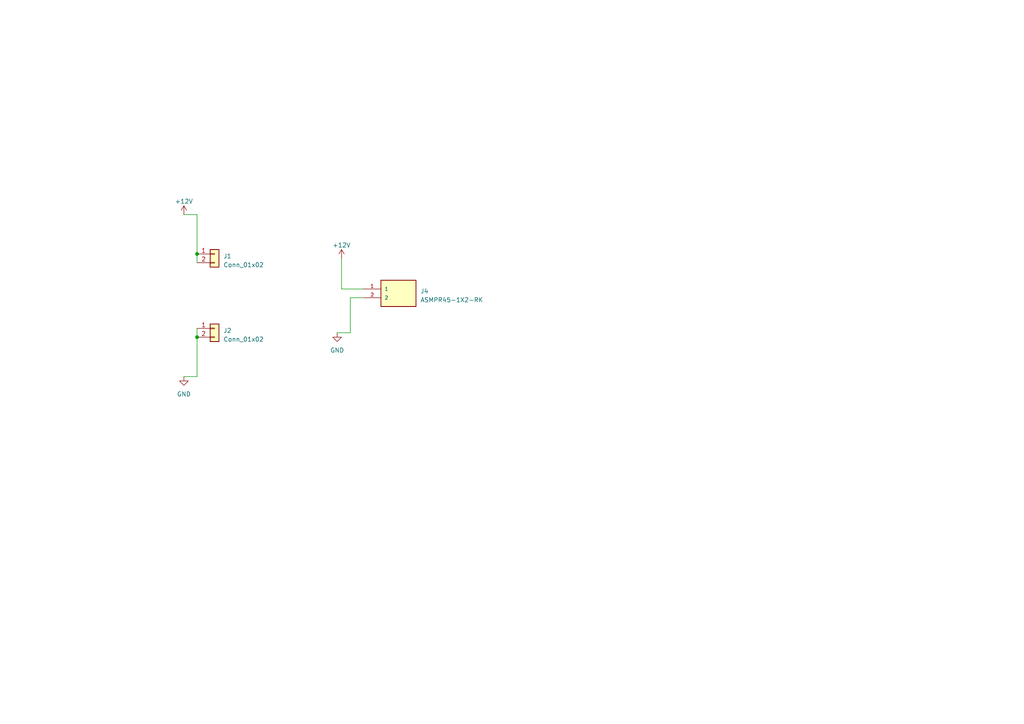
<source format=kicad_sch>
(kicad_sch (version 20230121) (generator eeschema)

  (uuid f218788e-6c41-441e-be26-1ad3b2693d1a)

  (paper "A4")

  (lib_symbols
    (symbol "ASMPR45-1X2-RK:ASMPR45-1X2-RK" (pin_names (offset 1.016)) (in_bom yes) (on_board yes)
      (property "Reference" "J" (at -5.08 3.302 0)
        (effects (font (size 1.27 1.27)) (justify left bottom))
      )
      (property "Value" "ASMPR45-1X2-RK" (at -5.08 -7.62 0)
        (effects (font (size 1.27 1.27)) (justify left bottom))
      )
      (property "Footprint" "APP_ASMPR45-1X2-RK" (at 0 0 0)
        (effects (font (size 1.27 1.27)) (justify bottom) hide)
      )
      (property "Datasheet" "" (at 0 0 0)
        (effects (font (size 1.27 1.27)) hide)
      )
      (property "STANDARD" "Manufacturer Recommendations" (at 0 0 0)
        (effects (font (size 1.27 1.27)) (justify bottom) hide)
      )
      (property "PARTREV" "N/A" (at 0 0 0)
        (effects (font (size 1.27 1.27)) (justify bottom) hide)
      )
      (property "MANUFACTURER" "APP" (at 0 0 0)
        (effects (font (size 1.27 1.27)) (justify bottom) hide)
      )
      (property "MAXIMUM_PACKAGE_HEIGHT" "8.4mm" (at 0 0 0)
        (effects (font (size 1.27 1.27)) (justify bottom) hide)
      )
      (symbol "ASMPR45-1X2-RK_0_0"
        (rectangle (start -5.08 -5.08) (end 5.08 2.54)
          (stroke (width 0.254) (type default))
          (fill (type background))
        )
        (pin passive line (at -10.16 0 0) (length 5.08)
          (name "1" (effects (font (size 1.016 1.016))))
          (number "1" (effects (font (size 1.016 1.016))))
        )
        (pin passive line (at -10.16 -2.54 0) (length 5.08)
          (name "2" (effects (font (size 1.016 1.016))))
          (number "2" (effects (font (size 1.016 1.016))))
        )
      )
    )
    (symbol "Connector_Generic:Conn_01x02" (pin_names (offset 1.016) hide) (in_bom yes) (on_board yes)
      (property "Reference" "J" (at 0 2.54 0)
        (effects (font (size 1.27 1.27)))
      )
      (property "Value" "Conn_01x02" (at 0 -5.08 0)
        (effects (font (size 1.27 1.27)))
      )
      (property "Footprint" "" (at 0 0 0)
        (effects (font (size 1.27 1.27)) hide)
      )
      (property "Datasheet" "~" (at 0 0 0)
        (effects (font (size 1.27 1.27)) hide)
      )
      (property "ki_keywords" "connector" (at 0 0 0)
        (effects (font (size 1.27 1.27)) hide)
      )
      (property "ki_description" "Generic connector, single row, 01x02, script generated (kicad-library-utils/schlib/autogen/connector/)" (at 0 0 0)
        (effects (font (size 1.27 1.27)) hide)
      )
      (property "ki_fp_filters" "Connector*:*_1x??_*" (at 0 0 0)
        (effects (font (size 1.27 1.27)) hide)
      )
      (symbol "Conn_01x02_1_1"
        (rectangle (start -1.27 -2.413) (end 0 -2.667)
          (stroke (width 0.1524) (type default))
          (fill (type none))
        )
        (rectangle (start -1.27 0.127) (end 0 -0.127)
          (stroke (width 0.1524) (type default))
          (fill (type none))
        )
        (rectangle (start -1.27 1.27) (end 1.27 -3.81)
          (stroke (width 0.254) (type default))
          (fill (type background))
        )
        (pin passive line (at -5.08 0 0) (length 3.81)
          (name "Pin_1" (effects (font (size 1.27 1.27))))
          (number "1" (effects (font (size 1.27 1.27))))
        )
        (pin passive line (at -5.08 -2.54 0) (length 3.81)
          (name "Pin_2" (effects (font (size 1.27 1.27))))
          (number "2" (effects (font (size 1.27 1.27))))
        )
      )
    )
    (symbol "power:+12V" (power) (pin_names (offset 0)) (in_bom yes) (on_board yes)
      (property "Reference" "#PWR" (at 0 -3.81 0)
        (effects (font (size 1.27 1.27)) hide)
      )
      (property "Value" "+12V" (at 0 3.556 0)
        (effects (font (size 1.27 1.27)))
      )
      (property "Footprint" "" (at 0 0 0)
        (effects (font (size 1.27 1.27)) hide)
      )
      (property "Datasheet" "" (at 0 0 0)
        (effects (font (size 1.27 1.27)) hide)
      )
      (property "ki_keywords" "global power" (at 0 0 0)
        (effects (font (size 1.27 1.27)) hide)
      )
      (property "ki_description" "Power symbol creates a global label with name \"+12V\"" (at 0 0 0)
        (effects (font (size 1.27 1.27)) hide)
      )
      (symbol "+12V_0_1"
        (polyline
          (pts
            (xy -0.762 1.27)
            (xy 0 2.54)
          )
          (stroke (width 0) (type default))
          (fill (type none))
        )
        (polyline
          (pts
            (xy 0 0)
            (xy 0 2.54)
          )
          (stroke (width 0) (type default))
          (fill (type none))
        )
        (polyline
          (pts
            (xy 0 2.54)
            (xy 0.762 1.27)
          )
          (stroke (width 0) (type default))
          (fill (type none))
        )
      )
      (symbol "+12V_1_1"
        (pin power_in line (at 0 0 90) (length 0) hide
          (name "+12V" (effects (font (size 1.27 1.27))))
          (number "1" (effects (font (size 1.27 1.27))))
        )
      )
    )
    (symbol "power:GND" (power) (pin_names (offset 0)) (in_bom yes) (on_board yes)
      (property "Reference" "#PWR" (at 0 -6.35 0)
        (effects (font (size 1.27 1.27)) hide)
      )
      (property "Value" "GND" (at 0 -3.81 0)
        (effects (font (size 1.27 1.27)))
      )
      (property "Footprint" "" (at 0 0 0)
        (effects (font (size 1.27 1.27)) hide)
      )
      (property "Datasheet" "" (at 0 0 0)
        (effects (font (size 1.27 1.27)) hide)
      )
      (property "ki_keywords" "global power" (at 0 0 0)
        (effects (font (size 1.27 1.27)) hide)
      )
      (property "ki_description" "Power symbol creates a global label with name \"GND\" , ground" (at 0 0 0)
        (effects (font (size 1.27 1.27)) hide)
      )
      (symbol "GND_0_1"
        (polyline
          (pts
            (xy 0 0)
            (xy 0 -1.27)
            (xy 1.27 -1.27)
            (xy 0 -2.54)
            (xy -1.27 -1.27)
            (xy 0 -1.27)
          )
          (stroke (width 0) (type default))
          (fill (type none))
        )
      )
      (symbol "GND_1_1"
        (pin power_in line (at 0 0 270) (length 0) hide
          (name "GND" (effects (font (size 1.27 1.27))))
          (number "1" (effects (font (size 1.27 1.27))))
        )
      )
    )
  )

  (junction (at 57.15 73.66) (diameter 0) (color 0 0 0 0)
    (uuid 77e05ad6-0f08-4caf-ad88-6dee398c5e8f)
  )
  (junction (at 57.15 97.79) (diameter 0) (color 0 0 0 0)
    (uuid 90f6d12b-bf63-4f74-8442-3535693de758)
  )

  (wire (pts (xy 57.15 73.66) (xy 57.15 76.2))
    (stroke (width 0) (type default))
    (uuid 05be197e-b243-48e0-acd6-33177d43c080)
  )
  (wire (pts (xy 57.15 97.79) (xy 57.15 109.22))
    (stroke (width 0) (type default))
    (uuid 07a44add-c35b-4d89-84cc-5e26fe7cdaaf)
  )
  (wire (pts (xy 105.41 86.36) (xy 101.6 86.36))
    (stroke (width 0) (type default))
    (uuid 0e4094c0-1742-4ecc-966a-c87091e50d17)
  )
  (wire (pts (xy 101.6 96.52) (xy 97.79 96.52))
    (stroke (width 0) (type default))
    (uuid 15b56486-ca88-44dc-afcd-dc3a21ee6ebf)
  )
  (wire (pts (xy 57.15 95.25) (xy 57.15 97.79))
    (stroke (width 0) (type default))
    (uuid 1f6401fe-e499-46eb-9b43-380cbc35326a)
  )
  (wire (pts (xy 57.15 109.22) (xy 53.34 109.22))
    (stroke (width 0) (type default))
    (uuid 3d95230a-d980-4b33-8389-7bc08ff72435)
  )
  (wire (pts (xy 105.41 83.82) (xy 99.06 83.82))
    (stroke (width 0) (type default))
    (uuid 40ab7198-7231-4d9a-87d5-81008359bf4d)
  )
  (wire (pts (xy 99.06 83.82) (xy 99.06 74.93))
    (stroke (width 0) (type default))
    (uuid 84f26fa3-c3bb-433d-aca8-76c81abcc0ee)
  )
  (wire (pts (xy 53.34 62.23) (xy 57.15 62.23))
    (stroke (width 0) (type default))
    (uuid afef6382-0c78-4537-8388-87907c5c36de)
  )
  (wire (pts (xy 57.15 62.23) (xy 57.15 73.66))
    (stroke (width 0) (type default))
    (uuid c5c9f6d5-271d-4439-8a2a-c90e7e70e4e6)
  )
  (wire (pts (xy 101.6 86.36) (xy 101.6 96.52))
    (stroke (width 0) (type default))
    (uuid f66e45cc-64a7-4122-a612-18b2a06ec001)
  )

  (symbol (lib_id "power:+12V") (at 99.06 74.93 0) (unit 1)
    (in_bom yes) (on_board yes) (dnp no) (fields_autoplaced)
    (uuid 42e2fb2f-7503-4172-b0ce-8b677feab82a)
    (property "Reference" "#PWR02" (at 99.06 78.74 0)
      (effects (font (size 1.27 1.27)) hide)
    )
    (property "Value" "+12V" (at 99.06 71.12 0)
      (effects (font (size 1.27 1.27)))
    )
    (property "Footprint" "" (at 99.06 74.93 0)
      (effects (font (size 1.27 1.27)) hide)
    )
    (property "Datasheet" "" (at 99.06 74.93 0)
      (effects (font (size 1.27 1.27)) hide)
    )
    (pin "1" (uuid 75075cc7-2774-4bfd-8bfc-ab51a683cdfe))
    (instances
      (project "PowerPole Adapter"
        (path "/f218788e-6c41-441e-be26-1ad3b2693d1a"
          (reference "#PWR02") (unit 1)
        )
      )
    )
  )

  (symbol (lib_id "Connector_Generic:Conn_01x02") (at 62.23 95.25 0) (unit 1)
    (in_bom yes) (on_board yes) (dnp no) (fields_autoplaced)
    (uuid 4dbee1cf-ff87-419d-9c18-596c3f110610)
    (property "Reference" "J2" (at 64.77 95.885 0)
      (effects (font (size 1.27 1.27)) (justify left))
    )
    (property "Value" "Conn_01x02" (at 64.77 98.425 0)
      (effects (font (size 1.27 1.27)) (justify left))
    )
    (property "Footprint" "" (at 62.23 95.25 0)
      (effects (font (size 1.27 1.27)) hide)
    )
    (property "Datasheet" "~" (at 62.23 95.25 0)
      (effects (font (size 1.27 1.27)) hide)
    )
    (pin "1" (uuid 18d9eef1-ac4c-457e-a11e-3a43141c2c4e))
    (pin "2" (uuid dc66acc2-fab7-4442-a97c-6fd150cb05bb))
    (instances
      (project "PowerPole Adapter"
        (path "/f218788e-6c41-441e-be26-1ad3b2693d1a"
          (reference "J2") (unit 1)
        )
      )
    )
  )

  (symbol (lib_id "power:+12V") (at 53.34 62.23 0) (unit 1)
    (in_bom yes) (on_board yes) (dnp no) (fields_autoplaced)
    (uuid 73a564b3-ea6f-455d-a8ac-c38f05be5c21)
    (property "Reference" "#PWR01" (at 53.34 66.04 0)
      (effects (font (size 1.27 1.27)) hide)
    )
    (property "Value" "+12V" (at 53.34 58.42 0)
      (effects (font (size 1.27 1.27)))
    )
    (property "Footprint" "" (at 53.34 62.23 0)
      (effects (font (size 1.27 1.27)) hide)
    )
    (property "Datasheet" "" (at 53.34 62.23 0)
      (effects (font (size 1.27 1.27)) hide)
    )
    (pin "1" (uuid 8fd21c52-21a6-4261-bfea-7ee2a545f650))
    (instances
      (project "PowerPole Adapter"
        (path "/f218788e-6c41-441e-be26-1ad3b2693d1a"
          (reference "#PWR01") (unit 1)
        )
      )
    )
  )

  (symbol (lib_id "ASMPR45-1X2-RK:ASMPR45-1X2-RK") (at 115.57 83.82 0) (unit 1)
    (in_bom yes) (on_board yes) (dnp no) (fields_autoplaced)
    (uuid a37f92ff-3d63-4205-ad60-1ae4c4032a30)
    (property "Reference" "J4" (at 121.92 84.455 0)
      (effects (font (size 1.27 1.27)) (justify left))
    )
    (property "Value" "ASMPR45-1X2-RK" (at 121.92 86.995 0)
      (effects (font (size 1.27 1.27)) (justify left))
    )
    (property "Footprint" "APP_ASMPR45-1X2-RK" (at 115.57 83.82 0)
      (effects (font (size 1.27 1.27)) (justify bottom) hide)
    )
    (property "Datasheet" "" (at 115.57 83.82 0)
      (effects (font (size 1.27 1.27)) hide)
    )
    (property "STANDARD" "Manufacturer Recommendations" (at 115.57 83.82 0)
      (effects (font (size 1.27 1.27)) (justify bottom) hide)
    )
    (property "PARTREV" "N/A" (at 115.57 83.82 0)
      (effects (font (size 1.27 1.27)) (justify bottom) hide)
    )
    (property "MANUFACTURER" "APP" (at 115.57 83.82 0)
      (effects (font (size 1.27 1.27)) (justify bottom) hide)
    )
    (property "MAXIMUM_PACKAGE_HEIGHT" "8.4mm" (at 115.57 83.82 0)
      (effects (font (size 1.27 1.27)) (justify bottom) hide)
    )
    (pin "1" (uuid e0dac226-3aba-4194-b05e-3db3ff4d42f0))
    (pin "2" (uuid 3d67d2ca-e8b0-4b8c-94d8-f240e9d2a3e5))
    (instances
      (project "PowerPole Adapter"
        (path "/f218788e-6c41-441e-be26-1ad3b2693d1a"
          (reference "J4") (unit 1)
        )
      )
    )
  )

  (symbol (lib_id "Connector_Generic:Conn_01x02") (at 62.23 73.66 0) (unit 1)
    (in_bom yes) (on_board yes) (dnp no) (fields_autoplaced)
    (uuid b7c0d164-476b-4295-9ff9-f216964e24c4)
    (property "Reference" "J1" (at 64.77 74.295 0)
      (effects (font (size 1.27 1.27)) (justify left))
    )
    (property "Value" "Conn_01x02" (at 64.77 76.835 0)
      (effects (font (size 1.27 1.27)) (justify left))
    )
    (property "Footprint" "" (at 62.23 73.66 0)
      (effects (font (size 1.27 1.27)) hide)
    )
    (property "Datasheet" "~" (at 62.23 73.66 0)
      (effects (font (size 1.27 1.27)) hide)
    )
    (pin "1" (uuid 4d43b649-6ec1-4dfd-b8ea-ac09fd4129fe))
    (pin "2" (uuid 8cf9c971-bdb4-4dfd-8946-b21bdbb273ac))
    (instances
      (project "PowerPole Adapter"
        (path "/f218788e-6c41-441e-be26-1ad3b2693d1a"
          (reference "J1") (unit 1)
        )
      )
    )
  )

  (symbol (lib_id "power:GND") (at 53.34 109.22 0) (unit 1)
    (in_bom yes) (on_board yes) (dnp no) (fields_autoplaced)
    (uuid d58bc593-32e4-487e-b4c8-27256213bf67)
    (property "Reference" "#PWR03" (at 53.34 115.57 0)
      (effects (font (size 1.27 1.27)) hide)
    )
    (property "Value" "GND" (at 53.34 114.3 0)
      (effects (font (size 1.27 1.27)))
    )
    (property "Footprint" "" (at 53.34 109.22 0)
      (effects (font (size 1.27 1.27)) hide)
    )
    (property "Datasheet" "" (at 53.34 109.22 0)
      (effects (font (size 1.27 1.27)) hide)
    )
    (pin "1" (uuid e24752e9-055e-4476-bfa1-5a7750c9c1b1))
    (instances
      (project "PowerPole Adapter"
        (path "/f218788e-6c41-441e-be26-1ad3b2693d1a"
          (reference "#PWR03") (unit 1)
        )
      )
    )
  )

  (symbol (lib_id "power:GND") (at 97.79 96.52 0) (unit 1)
    (in_bom yes) (on_board yes) (dnp no) (fields_autoplaced)
    (uuid d87d1b37-2275-4a0d-935d-b3a11d1a68a1)
    (property "Reference" "#PWR04" (at 97.79 102.87 0)
      (effects (font (size 1.27 1.27)) hide)
    )
    (property "Value" "GND" (at 97.79 101.6 0)
      (effects (font (size 1.27 1.27)))
    )
    (property "Footprint" "" (at 97.79 96.52 0)
      (effects (font (size 1.27 1.27)) hide)
    )
    (property "Datasheet" "" (at 97.79 96.52 0)
      (effects (font (size 1.27 1.27)) hide)
    )
    (pin "1" (uuid 4b9c576e-17e6-4d54-9fc3-0c72d8aa29d3))
    (instances
      (project "PowerPole Adapter"
        (path "/f218788e-6c41-441e-be26-1ad3b2693d1a"
          (reference "#PWR04") (unit 1)
        )
      )
    )
  )

  (sheet_instances
    (path "/" (page "1"))
  )
)

</source>
